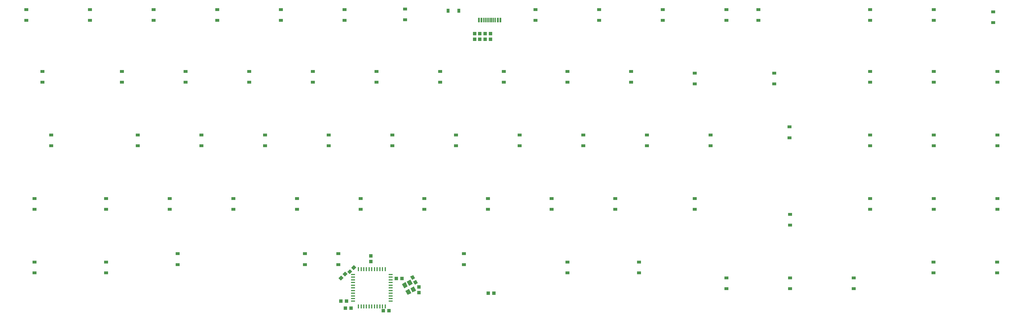
<source format=gbr>
G04 EAGLE Gerber RS-274X export*
G75*
%MOMM*%
%FSLAX34Y34*%
%LPD*%
%INSolderpaste Bottom*%
%IPPOS*%
%AMOC8*
5,1,8,0,0,1.08239X$1,22.5*%
G01*
%ADD10R,1.220000X0.910000*%
%ADD11R,0.910000X1.220000*%
%ADD12R,0.355600X1.168400*%
%ADD13R,1.168400X0.355600*%
%ADD14R,1.000000X1.100000*%
%ADD15R,1.100000X1.000000*%
%ADD16R,1.193800X1.397000*%
%ADD17R,0.600000X1.450000*%
%ADD18R,0.300000X1.450000*%

G36*
X1286958Y-851401D02*
X1286958Y-851401D01*
X1297528Y-845851D01*
X1297529Y-845850D01*
X1297531Y-845849D01*
X1297550Y-845824D01*
X1297557Y-845822D01*
X1297561Y-845811D01*
X1297590Y-845775D01*
X1297590Y-845773D01*
X1297591Y-845771D01*
X1297588Y-845741D01*
X1297592Y-845730D01*
X1297584Y-845713D01*
X1297581Y-845681D01*
X1291087Y-833312D01*
X1291085Y-833310D01*
X1291085Y-833308D01*
X1291048Y-833280D01*
X1291011Y-833249D01*
X1291008Y-833250D01*
X1291007Y-833248D01*
X1290916Y-833259D01*
X1280346Y-838808D01*
X1280345Y-838810D01*
X1280343Y-838810D01*
X1280332Y-838824D01*
X1280321Y-838828D01*
X1280314Y-838848D01*
X1280284Y-838884D01*
X1280284Y-838886D01*
X1280283Y-838888D01*
X1280286Y-838918D01*
X1280286Y-838920D01*
X1280287Y-838923D01*
X1280293Y-838979D01*
X1286787Y-851347D01*
X1286789Y-851349D01*
X1286789Y-851351D01*
X1286826Y-851380D01*
X1286863Y-851410D01*
X1286866Y-851410D01*
X1286867Y-851411D01*
X1286958Y-851401D01*
G37*
G36*
X1312084Y-863741D02*
X1312084Y-863741D01*
X1322654Y-858192D01*
X1322655Y-858190D01*
X1322657Y-858190D01*
X1322676Y-858165D01*
X1322683Y-858162D01*
X1322687Y-858152D01*
X1322716Y-858116D01*
X1322716Y-858114D01*
X1322717Y-858112D01*
X1322714Y-858082D01*
X1322718Y-858070D01*
X1322710Y-858054D01*
X1322707Y-858021D01*
X1316213Y-845653D01*
X1316211Y-845651D01*
X1316211Y-845649D01*
X1316174Y-845620D01*
X1316137Y-845590D01*
X1316134Y-845590D01*
X1316133Y-845589D01*
X1316042Y-845599D01*
X1305473Y-851149D01*
X1305471Y-851150D01*
X1305469Y-851151D01*
X1305458Y-851164D01*
X1305447Y-851169D01*
X1305440Y-851189D01*
X1305410Y-851225D01*
X1305410Y-851227D01*
X1305409Y-851229D01*
X1305413Y-851259D01*
X1305412Y-851261D01*
X1305413Y-851264D01*
X1305419Y-851319D01*
X1311913Y-863688D01*
X1311915Y-863690D01*
X1311915Y-863692D01*
X1311952Y-863720D01*
X1311989Y-863751D01*
X1311992Y-863750D01*
X1311993Y-863752D01*
X1312084Y-863741D01*
G37*
G36*
X1301576Y-843726D02*
X1301576Y-843726D01*
X1312145Y-838177D01*
X1312147Y-838175D01*
X1312149Y-838175D01*
X1312168Y-838150D01*
X1312174Y-838147D01*
X1312178Y-838136D01*
X1312208Y-838101D01*
X1312208Y-838098D01*
X1312209Y-838097D01*
X1312205Y-838067D01*
X1312210Y-838055D01*
X1312202Y-838039D01*
X1312198Y-838006D01*
X1305705Y-825637D01*
X1305703Y-825636D01*
X1305703Y-825634D01*
X1305665Y-825605D01*
X1305628Y-825575D01*
X1305626Y-825575D01*
X1305625Y-825574D01*
X1305534Y-825584D01*
X1294964Y-831134D01*
X1294963Y-831135D01*
X1294961Y-831135D01*
X1294950Y-831149D01*
X1294939Y-831154D01*
X1294932Y-831174D01*
X1294902Y-831210D01*
X1294902Y-831212D01*
X1294901Y-831214D01*
X1294904Y-831244D01*
X1294904Y-831246D01*
X1294905Y-831248D01*
X1294911Y-831304D01*
X1301405Y-843673D01*
X1301407Y-843674D01*
X1301407Y-843676D01*
X1301444Y-843705D01*
X1301481Y-843735D01*
X1301483Y-843735D01*
X1301485Y-843736D01*
X1301576Y-843726D01*
G37*
G36*
X1297466Y-871416D02*
X1297466Y-871416D01*
X1308036Y-865866D01*
X1308037Y-865865D01*
X1308039Y-865865D01*
X1308059Y-865839D01*
X1308065Y-865837D01*
X1308069Y-865826D01*
X1308098Y-865790D01*
X1308098Y-865788D01*
X1308099Y-865786D01*
X1308096Y-865756D01*
X1308100Y-865745D01*
X1308093Y-865728D01*
X1308089Y-865696D01*
X1301595Y-853327D01*
X1301593Y-853326D01*
X1301593Y-853324D01*
X1301556Y-853295D01*
X1301519Y-853265D01*
X1301517Y-853265D01*
X1301515Y-853264D01*
X1301425Y-853274D01*
X1290855Y-858823D01*
X1290853Y-858825D01*
X1290851Y-858825D01*
X1290841Y-858839D01*
X1290829Y-858844D01*
X1290822Y-858863D01*
X1290792Y-858899D01*
X1290793Y-858902D01*
X1290791Y-858903D01*
X1290795Y-858934D01*
X1290794Y-858936D01*
X1290795Y-858938D01*
X1290802Y-858994D01*
X1297295Y-871363D01*
X1297297Y-871364D01*
X1297297Y-871366D01*
X1297335Y-871395D01*
X1297372Y-871425D01*
X1297374Y-871425D01*
X1297376Y-871426D01*
X1297466Y-871416D01*
G37*
D10*
X156300Y-15450D03*
X156300Y-48150D03*
X346800Y-15450D03*
X346800Y-48150D03*
X537300Y-15450D03*
X537300Y-48150D03*
X727800Y-15450D03*
X727800Y-48150D03*
X918300Y-15450D03*
X918300Y-48150D03*
X1108800Y-15450D03*
X1108800Y-48150D03*
X1289800Y-13950D03*
X1289800Y-46650D03*
D11*
X1417950Y-19200D03*
X1450650Y-19200D03*
D10*
X1680300Y-15450D03*
X1680300Y-48150D03*
X1870800Y-15450D03*
X1870800Y-48150D03*
X2061300Y-15450D03*
X2061300Y-48150D03*
X2251800Y-15450D03*
X2251800Y-48150D03*
X2347100Y-15450D03*
X2347100Y-48150D03*
X2681900Y-15450D03*
X2681900Y-48150D03*
X2872400Y-15450D03*
X2872400Y-48150D03*
X3049900Y-22450D03*
X3049900Y-55150D03*
X203900Y-200950D03*
X203900Y-233650D03*
X442100Y-200950D03*
X442100Y-233650D03*
X632600Y-200950D03*
X632600Y-233650D03*
X823100Y-200950D03*
X823100Y-233650D03*
X1013600Y-200950D03*
X1013600Y-233650D03*
X1204100Y-200950D03*
X1204100Y-233650D03*
X1394600Y-200950D03*
X1394600Y-233650D03*
X1585100Y-200950D03*
X1585100Y-233650D03*
X1775600Y-200950D03*
X1775600Y-233650D03*
X1966100Y-200950D03*
X1966100Y-233650D03*
X2156600Y-205950D03*
X2156600Y-238650D03*
X2394700Y-205950D03*
X2394700Y-238650D03*
X2440500Y-367250D03*
X2440500Y-399950D03*
X2681900Y-200950D03*
X2681900Y-233650D03*
X2872400Y-200950D03*
X2872400Y-233650D03*
X3062900Y-200950D03*
X3062900Y-233650D03*
X230100Y-391450D03*
X230100Y-424150D03*
X489700Y-391450D03*
X489700Y-424150D03*
X680200Y-391450D03*
X680200Y-424150D03*
X870700Y-391450D03*
X870700Y-424150D03*
X1061200Y-391450D03*
X1061200Y-424150D03*
X1251700Y-391450D03*
X1251700Y-424150D03*
X1442200Y-391450D03*
X1442200Y-424150D03*
X1632700Y-391450D03*
X1632700Y-424150D03*
X1823200Y-391450D03*
X1823200Y-424150D03*
X2013700Y-391450D03*
X2013700Y-424150D03*
X2204200Y-391450D03*
X2204200Y-424150D03*
X2681900Y-391450D03*
X2681900Y-424150D03*
X2872400Y-391450D03*
X2872400Y-424150D03*
X3062900Y-391450D03*
X3062900Y-424150D03*
X180100Y-581950D03*
X180100Y-614650D03*
X394400Y-581950D03*
X394400Y-614650D03*
X584900Y-581950D03*
X584900Y-614650D03*
X775400Y-581950D03*
X775400Y-614650D03*
X965900Y-581950D03*
X965900Y-614650D03*
X1156400Y-581950D03*
X1156400Y-614650D03*
X1346900Y-581950D03*
X1346900Y-614650D03*
X1537400Y-581950D03*
X1537400Y-614650D03*
X1727900Y-581950D03*
X1727900Y-614650D03*
X1918400Y-581950D03*
X1918400Y-614650D03*
X2156600Y-581950D03*
X2156600Y-614650D03*
X2681900Y-581950D03*
X2681900Y-614650D03*
X2872400Y-581950D03*
X2872400Y-614650D03*
X3062900Y-581950D03*
X3062900Y-614650D03*
X2442300Y-629550D03*
X2442300Y-662250D03*
X180100Y-772450D03*
X180100Y-805150D03*
X394400Y-772450D03*
X394400Y-805150D03*
X608700Y-747450D03*
X608700Y-780150D03*
X1090000Y-747450D03*
X1090000Y-780150D03*
X989700Y-747450D03*
X989700Y-780150D03*
X1466000Y-747450D03*
X1466000Y-780150D03*
X1775600Y-772450D03*
X1775600Y-805150D03*
X1989900Y-772450D03*
X1989900Y-805150D03*
X2870900Y-772450D03*
X2870900Y-805150D03*
X3061400Y-772450D03*
X3061400Y-805150D03*
X2251800Y-820050D03*
X2251800Y-852750D03*
X2442300Y-820050D03*
X2442300Y-852750D03*
X2632800Y-820050D03*
X2632800Y-852750D03*
D12*
X1150000Y-793866D03*
X1158000Y-793866D03*
X1166000Y-793866D03*
X1174000Y-793866D03*
X1182000Y-793866D03*
X1190000Y-793866D03*
X1198000Y-793866D03*
X1206000Y-793866D03*
X1214000Y-793866D03*
X1222000Y-793866D03*
X1230000Y-793866D03*
D13*
X1246134Y-810000D03*
X1246134Y-818000D03*
X1246134Y-826000D03*
X1246134Y-834000D03*
X1246134Y-842000D03*
X1246134Y-850000D03*
X1246134Y-858000D03*
X1246134Y-866000D03*
X1246134Y-874000D03*
X1246134Y-882000D03*
X1246134Y-890000D03*
D12*
X1230000Y-906134D03*
X1222000Y-906134D03*
X1214000Y-906134D03*
X1206000Y-906134D03*
X1198000Y-906134D03*
X1190000Y-906134D03*
X1182000Y-906134D03*
X1174000Y-906134D03*
X1166000Y-906134D03*
X1158000Y-906134D03*
X1150000Y-906134D03*
D13*
X1133866Y-890000D03*
X1133866Y-882000D03*
X1133866Y-874000D03*
X1133866Y-866000D03*
X1133866Y-858000D03*
X1133866Y-850000D03*
X1133866Y-842000D03*
X1133866Y-834000D03*
X1133866Y-826000D03*
X1133866Y-818000D03*
X1133866Y-810000D03*
D14*
X1187000Y-771500D03*
X1187000Y-754500D03*
D15*
X1128000Y-910500D03*
X1111000Y-910500D03*
D16*
G36*
X1295024Y-831246D02*
X1305592Y-825696D01*
X1312086Y-838064D01*
X1301518Y-843614D01*
X1295024Y-831246D01*
G37*
G36*
X1305532Y-851261D02*
X1316100Y-845711D01*
X1322594Y-858079D01*
X1312026Y-863629D01*
X1305532Y-851261D01*
G37*
G36*
X1307976Y-865754D02*
X1297408Y-871304D01*
X1290914Y-858936D01*
X1301482Y-853386D01*
X1307976Y-865754D01*
G37*
G36*
X1297468Y-845739D02*
X1286900Y-851289D01*
X1280406Y-838921D01*
X1290974Y-833371D01*
X1297468Y-845739D01*
G37*
D15*
G36*
X1310670Y-825902D02*
X1305170Y-816376D01*
X1313830Y-811376D01*
X1319330Y-820902D01*
X1310670Y-825902D01*
G37*
G36*
X1319170Y-840624D02*
X1313670Y-831098D01*
X1322330Y-826098D01*
X1327830Y-835624D01*
X1319170Y-840624D01*
G37*
D14*
X1331200Y-864400D03*
X1331200Y-847400D03*
D15*
X1538500Y-866000D03*
X1555500Y-866000D03*
G36*
X1102486Y-808693D02*
X1110263Y-800916D01*
X1117334Y-807987D01*
X1109557Y-815764D01*
X1102486Y-808693D01*
G37*
G36*
X1090466Y-820713D02*
X1098243Y-812936D01*
X1105314Y-820007D01*
X1097537Y-827784D01*
X1090466Y-820713D01*
G37*
X1224550Y-918500D03*
X1241550Y-918500D03*
X1263500Y-821500D03*
X1280500Y-821500D03*
X1114500Y-890000D03*
X1097500Y-890000D03*
G36*
X1128586Y-789343D02*
X1136363Y-781566D01*
X1143434Y-788637D01*
X1135657Y-796414D01*
X1128586Y-789343D01*
G37*
G36*
X1116566Y-801363D02*
X1124343Y-793586D01*
X1131414Y-800657D01*
X1123637Y-808434D01*
X1116566Y-801363D01*
G37*
D17*
X1510250Y-46950D03*
X1518000Y-46950D03*
D18*
X1525000Y-46950D03*
X1530000Y-46950D03*
X1535000Y-46950D03*
X1540000Y-46950D03*
X1545000Y-46950D03*
X1550000Y-46950D03*
X1555000Y-46950D03*
X1560000Y-46950D03*
D17*
X1567000Y-46950D03*
X1574750Y-46950D03*
D14*
X1545000Y-87500D03*
X1545000Y-104500D03*
X1498000Y-87500D03*
X1498000Y-104500D03*
X1513500Y-87500D03*
X1513500Y-104500D03*
X1529500Y-87500D03*
X1529500Y-104500D03*
M02*

</source>
